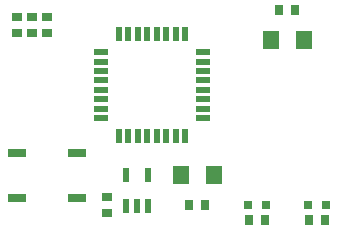
<source format=gbr>
G04 EAGLE Gerber RS-274X export*
G75*
%MOMM*%
%FSLAX34Y34*%
%LPD*%
%INSolderpaste Top*%
%IPPOS*%
%AMOC8*
5,1,8,0,0,1.08239X$1,22.5*%
G01*
%ADD10R,0.700000X0.900000*%
%ADD11R,1.400000X1.600000*%
%ADD12R,0.800000X0.800000*%
%ADD13R,0.558800X1.270000*%
%ADD14R,1.270000X0.558800*%
%ADD15R,0.900000X0.700000*%
%ADD16R,0.550000X1.200000*%
%ADD17R,1.524000X0.762000*%


D10*
X158600Y38100D03*
X171600Y38100D03*
D11*
X179100Y63500D03*
X151100Y63500D03*
D12*
X274200Y38100D03*
X259200Y38100D03*
D10*
X260200Y25400D03*
X273200Y25400D03*
D12*
X223400Y38100D03*
X208400Y38100D03*
D10*
X209400Y25400D03*
X222400Y25400D03*
D13*
X99000Y96774D03*
X107000Y96774D03*
X115000Y96774D03*
X123000Y96774D03*
X131000Y96774D03*
X139000Y96774D03*
X147000Y96774D03*
X155000Y96774D03*
D14*
X169926Y111700D03*
X169926Y119700D03*
X169926Y127700D03*
X169926Y135700D03*
X169926Y143700D03*
X169926Y151700D03*
X169926Y159700D03*
X169926Y167700D03*
D13*
X155000Y182626D03*
X147000Y182626D03*
X139000Y182626D03*
X131000Y182626D03*
X123000Y182626D03*
X115000Y182626D03*
X107000Y182626D03*
X99000Y182626D03*
D14*
X84074Y167700D03*
X84074Y159700D03*
X84074Y151700D03*
X84074Y143700D03*
X84074Y135700D03*
X84074Y127700D03*
X84074Y119700D03*
X84074Y111700D03*
D15*
X25400Y184000D03*
X25400Y197000D03*
D16*
X104800Y37799D03*
X114300Y37799D03*
X123800Y37799D03*
X123800Y63801D03*
X104800Y63801D03*
D17*
X63500Y44450D03*
X12700Y44450D03*
X63500Y82550D03*
X12700Y82550D03*
D10*
X234800Y203200D03*
X247800Y203200D03*
D11*
X255300Y177800D03*
X227300Y177800D03*
D15*
X88900Y44600D03*
X88900Y31600D03*
X12700Y197000D03*
X12700Y184000D03*
X38100Y197000D03*
X38100Y184000D03*
M02*

</source>
